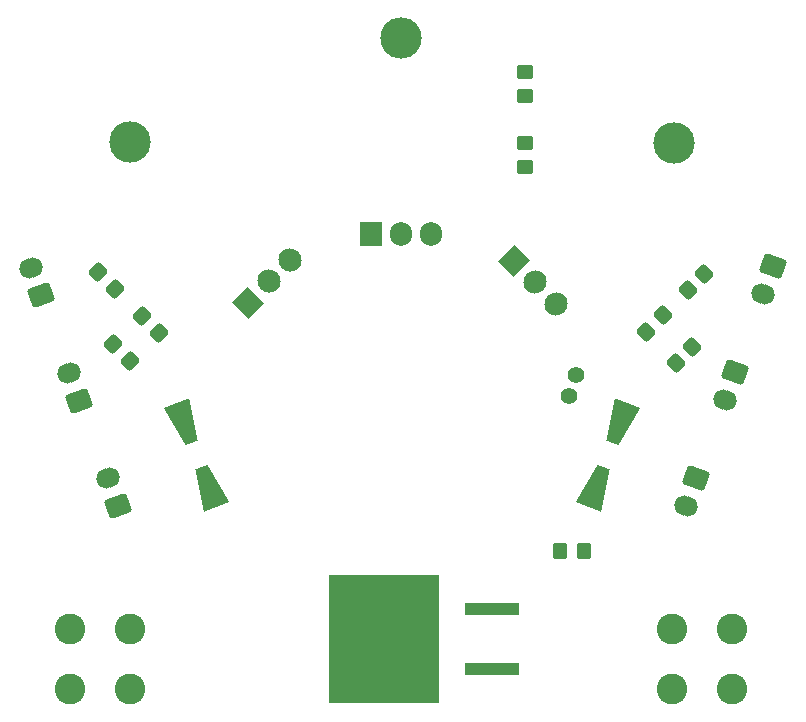
<source format=gbr>
%TF.GenerationSoftware,KiCad,Pcbnew,(6.0.4)*%
%TF.CreationDate,2022-10-09T11:32:07+02:00*%
%TF.ProjectId,V8_controller1.0,56385f63-6f6e-4747-926f-6c6c6572312e,rev?*%
%TF.SameCoordinates,Original*%
%TF.FileFunction,Soldermask,Top*%
%TF.FilePolarity,Negative*%
%FSLAX46Y46*%
G04 Gerber Fmt 4.6, Leading zero omitted, Abs format (unit mm)*
G04 Created by KiCad (PCBNEW (6.0.4)) date 2022-10-09 11:32:07*
%MOMM*%
%LPD*%
G01*
G04 APERTURE LIST*
G04 Aperture macros list*
%AMRoundRect*
0 Rectangle with rounded corners*
0 $1 Rounding radius*
0 $2 $3 $4 $5 $6 $7 $8 $9 X,Y pos of 4 corners*
0 Add a 4 corners polygon primitive as box body*
4,1,4,$2,$3,$4,$5,$6,$7,$8,$9,$2,$3,0*
0 Add four circle primitives for the rounded corners*
1,1,$1+$1,$2,$3*
1,1,$1+$1,$4,$5*
1,1,$1+$1,$6,$7*
1,1,$1+$1,$8,$9*
0 Add four rect primitives between the rounded corners*
20,1,$1+$1,$2,$3,$4,$5,0*
20,1,$1+$1,$4,$5,$6,$7,0*
20,1,$1+$1,$6,$7,$8,$9,0*
20,1,$1+$1,$8,$9,$2,$3,0*%
%AMHorizOval*
0 Thick line with rounded ends*
0 $1 width*
0 $2 $3 position (X,Y) of the first rounded end (center of the circle)*
0 $4 $5 position (X,Y) of the second rounded end (center of the circle)*
0 Add line between two ends*
20,1,$1,$2,$3,$4,$5,0*
0 Add two circle primitives to create the rounded ends*
1,1,$1,$2,$3*
1,1,$1,$4,$5*%
%AMRotRect*
0 Rectangle, with rotation*
0 The origin of the aperture is its center*
0 $1 length*
0 $2 width*
0 $3 Rotation angle, in degrees counterclockwise*
0 Add horizontal line*
21,1,$1,$2,0,0,$3*%
%AMOutline4P*
0 Free polygon, 4 corners , with rotation*
0 The origin of the aperture is its center*
0 number of corners: always 4*
0 $1 to $8 corner X, Y*
0 $9 Rotation angle, in degrees counterclockwise*
0 create outline with 4 corners*
4,1,4,$1,$2,$3,$4,$5,$6,$7,$8,$1,$2,$9*%
G04 Aperture macros list end*
%ADD10C,2.600000*%
%ADD11RoundRect,0.250000X-0.350000X-0.450000X0.350000X-0.450000X0.350000X0.450000X-0.350000X0.450000X0*%
%ADD12Outline4P,-1.800000X-1.150000X1.800000X-0.550000X1.800000X0.550000X-1.800000X1.150000X291.000000*%
%ADD13Outline4P,-1.800000X-1.150000X1.800000X-0.550000X1.800000X0.550000X-1.800000X1.150000X111.000000*%
%ADD14HorizOval,3.500000X0.000000X0.000000X0.000000X0.000000X0*%
%ADD15RotRect,1.905000X2.000000X45.000000*%
%ADD16HorizOval,1.905000X-0.033588X0.033588X0.033588X-0.033588X0*%
%ADD17Outline4P,-1.800000X-1.150000X1.800000X-0.550000X1.800000X0.550000X-1.800000X1.150000X249.000000*%
%ADD18Outline4P,-1.800000X-1.150000X1.800000X-0.550000X1.800000X0.550000X-1.800000X1.150000X69.000000*%
%ADD19RoundRect,0.250000X-0.565685X-0.070711X-0.070711X-0.565685X0.565685X0.070711X0.070711X0.565685X0*%
%ADD20RoundRect,0.250000X-0.070711X0.565685X-0.565685X0.070711X0.070711X-0.565685X0.565685X-0.070711X0*%
%ADD21RoundRect,0.250000X0.909982X-0.307300X0.499557X0.820331X-0.909982X0.307300X-0.499557X-0.820331X0*%
%ADD22HorizOval,1.700000X0.140954X0.051303X-0.140954X-0.051303X0*%
%ADD23RoundRect,0.250000X-0.499557X0.820331X-0.909982X-0.307300X0.499557X-0.820331X0.909982X0.307300X0*%
%ADD24HorizOval,1.700000X-0.140954X0.051303X0.140954X-0.051303X0*%
%ADD25O,3.500000X3.500000*%
%ADD26R,1.905000X2.000000*%
%ADD27O,1.905000X2.000000*%
%ADD28RoundRect,0.250000X0.450000X-0.350000X0.450000X0.350000X-0.450000X0.350000X-0.450000X-0.350000X0*%
%ADD29C,1.400000*%
%ADD30HorizOval,1.400000X0.000000X0.000000X0.000000X0.000000X0*%
%ADD31HorizOval,3.500000X0.000000X0.000000X0.000000X0.000000X0*%
%ADD32RotRect,1.905000X2.000000X315.000000*%
%ADD33HorizOval,1.905000X-0.033588X-0.033588X0.033588X0.033588X0*%
%ADD34R,4.600000X1.100000*%
%ADD35R,9.400000X10.800000*%
G04 APERTURE END LIST*
D10*
%TO.C,J1*%
X122920000Y-123259485D03*
X122920000Y-118179485D03*
X128000000Y-123259485D03*
X128000000Y-118179485D03*
%TD*%
%TO.C,J2*%
X71954299Y-123259485D03*
X77034299Y-118179485D03*
X71954299Y-118179485D03*
X77034299Y-123259485D03*
%TD*%
D11*
%TO.C,R1_3*%
X113416198Y-111500429D03*
X115416198Y-111500429D03*
%TD*%
D12*
%TO.C,D2*%
X81620733Y-100722617D03*
D13*
X83699267Y-106137383D03*
%TD*%
D14*
%TO.C,Q2*%
X77015652Y-76923550D03*
D15*
X87000000Y-90500000D03*
D16*
X88796051Y-88703949D03*
X90592102Y-86907898D03*
%TD*%
D17*
%TO.C,D1*%
X118539267Y-100662617D03*
D18*
X116460733Y-106077383D03*
%TD*%
D19*
%TO.C,R2*%
X78017931Y-91644101D03*
X79432145Y-93058315D03*
%TD*%
D20*
%TO.C,C1*%
X124617107Y-94232893D03*
X123202893Y-95647107D03*
%TD*%
%TO.C,R1_SW1*%
X125647107Y-88052893D03*
X124232893Y-89467107D03*
%TD*%
D21*
%TO.C,L2_2*%
X75980726Y-107745364D03*
D22*
X75125676Y-105396132D03*
%TD*%
D23*
%TO.C,L1_1*%
X128218033Y-96410198D03*
D24*
X127362983Y-98759430D03*
%TD*%
D25*
%TO.C,U1_2*%
X100000000Y-68070000D03*
D26*
X97460000Y-84730000D03*
D27*
X100000000Y-84730000D03*
X102540000Y-84730000D03*
%TD*%
D28*
%TO.C,R3_2*%
X110500000Y-79000000D03*
X110500000Y-77000000D03*
%TD*%
D29*
%TO.C,R1_VAR1*%
X114809528Y-96649578D03*
D30*
X114159690Y-98434994D03*
%TD*%
D21*
%TO.C,SW2*%
X69482343Y-89891204D03*
D22*
X68627293Y-87541972D03*
%TD*%
D19*
%TO.C,R2_SW1*%
X74310824Y-87936994D03*
X75725038Y-89351208D03*
%TD*%
D31*
%TO.C,Q1*%
X123076450Y-77015652D03*
D32*
X109500000Y-87000000D03*
D33*
X111296051Y-88796051D03*
X113092102Y-90592102D03*
%TD*%
D19*
%TO.C,C2*%
X75600271Y-94039090D03*
X77014485Y-95453304D03*
%TD*%
D21*
%TO.C,L2_1*%
X72731534Y-98818284D03*
D22*
X71876484Y-96469052D03*
%TD*%
D34*
%TO.C,U3*%
X107650000Y-121540000D03*
D35*
X98500000Y-119000000D03*
D34*
X107650000Y-116460000D03*
%TD*%
D23*
%TO.C,SW1*%
X131484325Y-87436132D03*
D24*
X130629275Y-89785364D03*
%TD*%
D23*
%TO.C,L1_2*%
X124951741Y-105384262D03*
D24*
X124096691Y-107733494D03*
%TD*%
D20*
%TO.C,R1*%
X122117107Y-91582893D03*
X120702893Y-92997107D03*
%TD*%
D28*
%TO.C,R3_1*%
X110500000Y-73000000D03*
X110500000Y-71000000D03*
%TD*%
M02*

</source>
